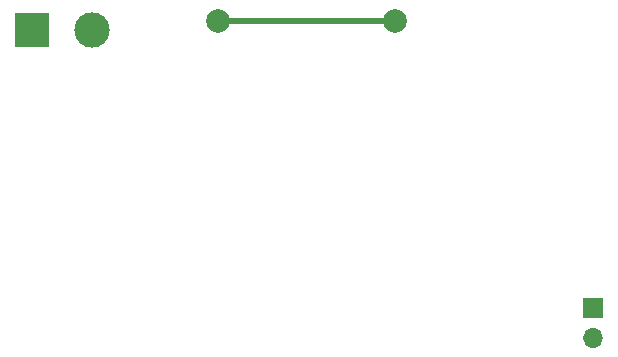
<source format=gbr>
%TF.GenerationSoftware,KiCad,Pcbnew,(6.0.2)*%
%TF.CreationDate,2022-03-08T21:55:07+01:00*%
%TF.ProjectId,simple-pc_-no-fiducials,73696d70-6c65-42d7-9063-5f2d6e6f2d66,rev?*%
%TF.SameCoordinates,Original*%
%TF.FileFunction,Copper,L2,Bot*%
%TF.FilePolarity,Positive*%
%FSLAX46Y46*%
G04 Gerber Fmt 4.6, Leading zero omitted, Abs format (unit mm)*
G04 Created by KiCad (PCBNEW (6.0.2)) date 2022-03-08 21:55:07*
%MOMM*%
%LPD*%
G01*
G04 APERTURE LIST*
%TA.AperFunction,ComponentPad*%
%ADD10R,1.700000X1.700000*%
%TD*%
%TA.AperFunction,ComponentPad*%
%ADD11O,1.700000X1.700000*%
%TD*%
%TA.AperFunction,ComponentPad*%
%ADD12C,3.000000*%
%TD*%
%TA.AperFunction,ComponentPad*%
%ADD13R,3.000000X3.000000*%
%TD*%
%TA.AperFunction,ViaPad*%
%ADD14C,2.000000*%
%TD*%
%TA.AperFunction,Conductor*%
%ADD15C,0.500000*%
%TD*%
G04 APERTURE END LIST*
D10*
%TO.P,J2,1,Pin_1*%
%TO.N,IN_C*%
X146558000Y-82037000D03*
D11*
%TO.P,J2,2,Pin_2*%
X146558000Y-84577000D03*
%TD*%
D12*
%TO.P,J1,2,Pin_2*%
%TO.N,GND*%
X104140000Y-58420000D03*
D13*
%TO.P,J1,1,Pin_1*%
%TO.N,+9V*%
X99060000Y-58420000D03*
%TD*%
D14*
%TO.N,GND*%
X114808000Y-57658000D03*
X129794000Y-57658000D03*
%TD*%
D15*
%TO.N,GND*%
X114808000Y-57658000D02*
X129794000Y-57658000D01*
%TD*%
M02*

</source>
